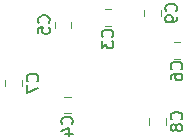
<source format=gbo>
G04 #@! TF.GenerationSoftware,KiCad,Pcbnew,5.1.5*
G04 #@! TF.CreationDate,2020-02-24T19:09:01+03:00*
G04 #@! TF.ProjectId,mod-lqfp64,6d6f642d-6c71-4667-9036-342e6b696361,rev?*
G04 #@! TF.SameCoordinates,PX1e84800PY280de80*
G04 #@! TF.FileFunction,Legend,Bot*
G04 #@! TF.FilePolarity,Positive*
%FSLAX46Y46*%
G04 Gerber Fmt 4.6, Leading zero omitted, Abs format (unit mm)*
G04 Created by KiCad (PCBNEW 5.1.5) date 2020-02-24 19:09:01*
%MOMM*%
%LPD*%
G04 APERTURE LIST*
%ADD10C,0.120000*%
%ADD11C,0.150000*%
G04 APERTURE END LIST*
D10*
X17168120Y-2593988D02*
X17168120Y-3116492D01*
X15748120Y-2593988D02*
X15748120Y-3116492D01*
X16185000Y-12299752D02*
X16185000Y-11777248D01*
X17605000Y-12299752D02*
X17605000Y-11777248D01*
X3993000Y-9061252D02*
X3993000Y-8538748D01*
X5413000Y-9061252D02*
X5413000Y-8538748D01*
X18807252Y-6716000D02*
X18284748Y-6716000D01*
X18807252Y-5296000D02*
X18284748Y-5296000D01*
X9604000Y-3585748D02*
X9604000Y-4108252D01*
X8184000Y-3585748D02*
X8184000Y-4108252D01*
X9013748Y-9931500D02*
X9536252Y-9931500D01*
X9013748Y-11351500D02*
X9536252Y-11351500D01*
X12442748Y-2502000D02*
X12965252Y-2502000D01*
X12442748Y-3922000D02*
X12965252Y-3922000D01*
D11*
X18458642Y-2688573D02*
X18506261Y-2640954D01*
X18553880Y-2498097D01*
X18553880Y-2402859D01*
X18506261Y-2260001D01*
X18411023Y-2164763D01*
X18315785Y-2117144D01*
X18125309Y-2069525D01*
X17982452Y-2069525D01*
X17791976Y-2117144D01*
X17696738Y-2164763D01*
X17601500Y-2260001D01*
X17553880Y-2402859D01*
X17553880Y-2498097D01*
X17601500Y-2640954D01*
X17649119Y-2688573D01*
X18553880Y-3164763D02*
X18553880Y-3355240D01*
X18506261Y-3450478D01*
X18458642Y-3498097D01*
X18315785Y-3593335D01*
X18125309Y-3640954D01*
X17744357Y-3640954D01*
X17649119Y-3593335D01*
X17601500Y-3545716D01*
X17553880Y-3450478D01*
X17553880Y-3260001D01*
X17601500Y-3164763D01*
X17649119Y-3117144D01*
X17744357Y-3069525D01*
X17982452Y-3069525D01*
X18077690Y-3117144D01*
X18125309Y-3164763D01*
X18172928Y-3260001D01*
X18172928Y-3450478D01*
X18125309Y-3545716D01*
X18077690Y-3593335D01*
X17982452Y-3640954D01*
X18902142Y-11871833D02*
X18949761Y-11824214D01*
X18997380Y-11681357D01*
X18997380Y-11586119D01*
X18949761Y-11443261D01*
X18854523Y-11348023D01*
X18759285Y-11300404D01*
X18568809Y-11252785D01*
X18425952Y-11252785D01*
X18235476Y-11300404D01*
X18140238Y-11348023D01*
X18045000Y-11443261D01*
X17997380Y-11586119D01*
X17997380Y-11681357D01*
X18045000Y-11824214D01*
X18092619Y-11871833D01*
X18425952Y-12443261D02*
X18378333Y-12348023D01*
X18330714Y-12300404D01*
X18235476Y-12252785D01*
X18187857Y-12252785D01*
X18092619Y-12300404D01*
X18045000Y-12348023D01*
X17997380Y-12443261D01*
X17997380Y-12633738D01*
X18045000Y-12728976D01*
X18092619Y-12776595D01*
X18187857Y-12824214D01*
X18235476Y-12824214D01*
X18330714Y-12776595D01*
X18378333Y-12728976D01*
X18425952Y-12633738D01*
X18425952Y-12443261D01*
X18473571Y-12348023D01*
X18521190Y-12300404D01*
X18616428Y-12252785D01*
X18806904Y-12252785D01*
X18902142Y-12300404D01*
X18949761Y-12348023D01*
X18997380Y-12443261D01*
X18997380Y-12633738D01*
X18949761Y-12728976D01*
X18902142Y-12776595D01*
X18806904Y-12824214D01*
X18616428Y-12824214D01*
X18521190Y-12776595D01*
X18473571Y-12728976D01*
X18425952Y-12633738D01*
X6710142Y-8633333D02*
X6757761Y-8585714D01*
X6805380Y-8442857D01*
X6805380Y-8347619D01*
X6757761Y-8204761D01*
X6662523Y-8109523D01*
X6567285Y-8061904D01*
X6376809Y-8014285D01*
X6233952Y-8014285D01*
X6043476Y-8061904D01*
X5948238Y-8109523D01*
X5853000Y-8204761D01*
X5805380Y-8347619D01*
X5805380Y-8442857D01*
X5853000Y-8585714D01*
X5900619Y-8633333D01*
X5805380Y-8966666D02*
X5805380Y-9633333D01*
X6805380Y-9204761D01*
X18903142Y-7617333D02*
X18950761Y-7569714D01*
X18998380Y-7426857D01*
X18998380Y-7331619D01*
X18950761Y-7188761D01*
X18855523Y-7093523D01*
X18760285Y-7045904D01*
X18569809Y-6998285D01*
X18426952Y-6998285D01*
X18236476Y-7045904D01*
X18141238Y-7093523D01*
X18046000Y-7188761D01*
X17998380Y-7331619D01*
X17998380Y-7426857D01*
X18046000Y-7569714D01*
X18093619Y-7617333D01*
X17998380Y-8474476D02*
X17998380Y-8284000D01*
X18046000Y-8188761D01*
X18093619Y-8141142D01*
X18236476Y-8045904D01*
X18426952Y-7998285D01*
X18807904Y-7998285D01*
X18903142Y-8045904D01*
X18950761Y-8093523D01*
X18998380Y-8188761D01*
X18998380Y-8379238D01*
X18950761Y-8474476D01*
X18903142Y-8522095D01*
X18807904Y-8569714D01*
X18569809Y-8569714D01*
X18474571Y-8522095D01*
X18426952Y-8474476D01*
X18379333Y-8379238D01*
X18379333Y-8188761D01*
X18426952Y-8093523D01*
X18474571Y-8045904D01*
X18569809Y-7998285D01*
X7663642Y-3680333D02*
X7711261Y-3632714D01*
X7758880Y-3489857D01*
X7758880Y-3394619D01*
X7711261Y-3251761D01*
X7616023Y-3156523D01*
X7520785Y-3108904D01*
X7330309Y-3061285D01*
X7187452Y-3061285D01*
X6996976Y-3108904D01*
X6901738Y-3156523D01*
X6806500Y-3251761D01*
X6758880Y-3394619D01*
X6758880Y-3489857D01*
X6806500Y-3632714D01*
X6854119Y-3680333D01*
X6758880Y-4585095D02*
X6758880Y-4108904D01*
X7235071Y-4061285D01*
X7187452Y-4108904D01*
X7139833Y-4204142D01*
X7139833Y-4442238D01*
X7187452Y-4537476D01*
X7235071Y-4585095D01*
X7330309Y-4632714D01*
X7568404Y-4632714D01*
X7663642Y-4585095D01*
X7711261Y-4537476D01*
X7758880Y-4442238D01*
X7758880Y-4204142D01*
X7711261Y-4108904D01*
X7663642Y-4061285D01*
X9632142Y-12252833D02*
X9679761Y-12205214D01*
X9727380Y-12062357D01*
X9727380Y-11967119D01*
X9679761Y-11824261D01*
X9584523Y-11729023D01*
X9489285Y-11681404D01*
X9298809Y-11633785D01*
X9155952Y-11633785D01*
X8965476Y-11681404D01*
X8870238Y-11729023D01*
X8775000Y-11824261D01*
X8727380Y-11967119D01*
X8727380Y-12062357D01*
X8775000Y-12205214D01*
X8822619Y-12252833D01*
X9060714Y-13109976D02*
X9727380Y-13109976D01*
X8679761Y-12871880D02*
X9394047Y-12633785D01*
X9394047Y-13252833D01*
X13061142Y-4886833D02*
X13108761Y-4839214D01*
X13156380Y-4696357D01*
X13156380Y-4601119D01*
X13108761Y-4458261D01*
X13013523Y-4363023D01*
X12918285Y-4315404D01*
X12727809Y-4267785D01*
X12584952Y-4267785D01*
X12394476Y-4315404D01*
X12299238Y-4363023D01*
X12204000Y-4458261D01*
X12156380Y-4601119D01*
X12156380Y-4696357D01*
X12204000Y-4839214D01*
X12251619Y-4886833D01*
X12156380Y-5220166D02*
X12156380Y-5839214D01*
X12537333Y-5505880D01*
X12537333Y-5648738D01*
X12584952Y-5743976D01*
X12632571Y-5791595D01*
X12727809Y-5839214D01*
X12965904Y-5839214D01*
X13061142Y-5791595D01*
X13108761Y-5743976D01*
X13156380Y-5648738D01*
X13156380Y-5363023D01*
X13108761Y-5267785D01*
X13061142Y-5220166D01*
M02*

</source>
